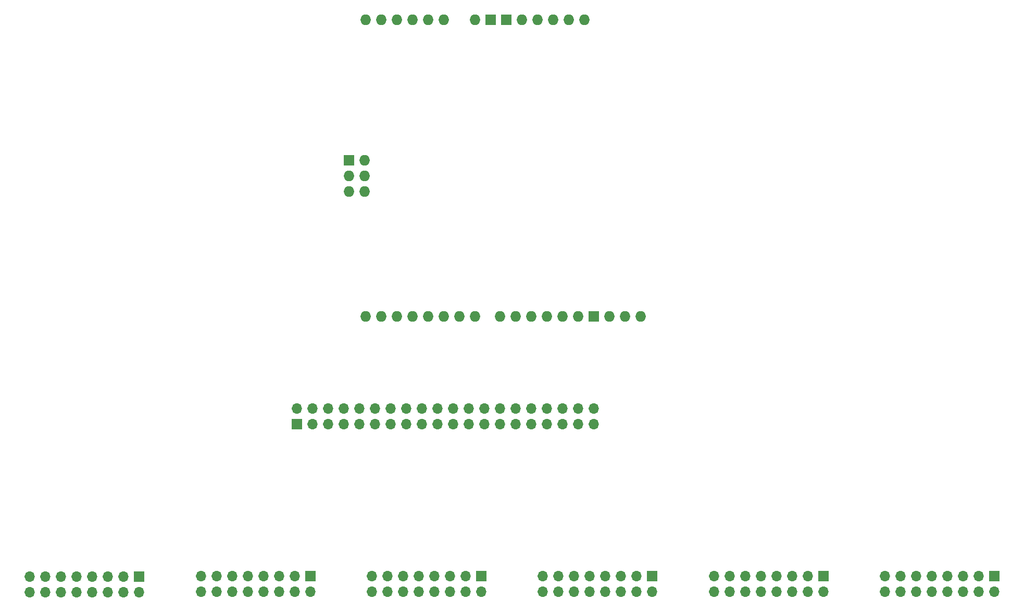
<source format=gbs>
G04 #@! TF.GenerationSoftware,KiCad,Pcbnew,(6.0.6)*
G04 #@! TF.CreationDate,2023-08-29T14:41:19+02:00*
G04 #@! TF.ProjectId,pynq-rpi-ph-adapter,70796e71-2d72-4706-992d-70682d616461,rev?*
G04 #@! TF.SameCoordinates,Original*
G04 #@! TF.FileFunction,Soldermask,Bot*
G04 #@! TF.FilePolarity,Negative*
%FSLAX46Y46*%
G04 Gerber Fmt 4.6, Leading zero omitted, Abs format (unit mm)*
G04 Created by KiCad (PCBNEW (6.0.6)) date 2023-08-29 14:41:19*
%MOMM*%
%LPD*%
G01*
G04 APERTURE LIST*
%ADD10R,1.700000X1.700000*%
%ADD11O,1.700000X1.700000*%
%ADD12O,1.727200X1.727200*%
%ADD13R,1.727200X1.727200*%
G04 APERTURE END LIST*
D10*
X92715000Y-112210000D03*
D11*
X92715000Y-114750000D03*
X90175000Y-112210000D03*
X90175000Y-114750000D03*
X87635000Y-112210000D03*
X87635000Y-114750000D03*
X85095000Y-112210000D03*
X85095000Y-114750000D03*
X82555000Y-112210000D03*
X82555000Y-114750000D03*
X80015000Y-112210000D03*
X80015000Y-114750000D03*
X77475000Y-112210000D03*
X77475000Y-114750000D03*
X74935000Y-112210000D03*
X74935000Y-114750000D03*
D10*
X64915000Y-112210000D03*
D11*
X64915000Y-114750000D03*
X62375000Y-112210000D03*
X62375000Y-114750000D03*
X59835000Y-112210000D03*
X59835000Y-114750000D03*
X57295000Y-112210000D03*
X57295000Y-114750000D03*
X54755000Y-112210000D03*
X54755000Y-114750000D03*
X52215000Y-112210000D03*
X52215000Y-114750000D03*
X49675000Y-112210000D03*
X49675000Y-114750000D03*
X47135000Y-112210000D03*
X47135000Y-114750000D03*
D12*
X109448600Y-21691600D03*
X101828600Y-21691600D03*
X99288600Y-21691600D03*
X71221600Y-49631600D03*
X86588600Y-21691600D03*
X84048600Y-21691600D03*
X81508600Y-21691600D03*
X78968600Y-21691600D03*
X76428600Y-21691600D03*
X73888600Y-21691600D03*
X113512600Y-69951600D03*
X73888600Y-69951600D03*
X76428600Y-69951600D03*
X78968600Y-69951600D03*
X81508600Y-69951600D03*
X84048600Y-69951600D03*
X86588600Y-69951600D03*
X89128600Y-69951600D03*
X91668600Y-69951600D03*
X95732600Y-69951600D03*
X98272600Y-69951600D03*
X100812600Y-69951600D03*
X103352600Y-69951600D03*
X105892600Y-69951600D03*
X108432600Y-69951600D03*
D13*
X110972600Y-69951600D03*
X96748600Y-21691600D03*
X94208600Y-21691600D03*
X71221600Y-44551600D03*
D12*
X106908600Y-21691600D03*
X73761600Y-49631600D03*
X71221600Y-47091600D03*
X104368600Y-21691600D03*
X73761600Y-44551600D03*
X73761600Y-47091600D03*
X118592600Y-69951600D03*
X116052600Y-69951600D03*
X91668600Y-21691600D03*
D10*
X37085000Y-112260000D03*
D11*
X37085000Y-114800000D03*
X34545000Y-112260000D03*
X34545000Y-114800000D03*
X32005000Y-112260000D03*
X32005000Y-114800000D03*
X29465000Y-112260000D03*
X29465000Y-114800000D03*
X26925000Y-112260000D03*
X26925000Y-114800000D03*
X24385000Y-112260000D03*
X24385000Y-114800000D03*
X21845000Y-112260000D03*
X21845000Y-114800000D03*
X19305000Y-112260000D03*
X19305000Y-114800000D03*
D10*
X176115000Y-112210000D03*
D11*
X176115000Y-114750000D03*
X173575000Y-112210000D03*
X173575000Y-114750000D03*
X171035000Y-112210000D03*
X171035000Y-114750000D03*
X168495000Y-112210000D03*
X168495000Y-114750000D03*
X165955000Y-112210000D03*
X165955000Y-114750000D03*
X163415000Y-112210000D03*
X163415000Y-114750000D03*
X160875000Y-112210000D03*
X160875000Y-114750000D03*
X158335000Y-112210000D03*
X158335000Y-114750000D03*
D10*
X148315000Y-112210000D03*
D11*
X148315000Y-114750000D03*
X145775000Y-112210000D03*
X145775000Y-114750000D03*
X143235000Y-112210000D03*
X143235000Y-114750000D03*
X140695000Y-112210000D03*
X140695000Y-114750000D03*
X138155000Y-112210000D03*
X138155000Y-114750000D03*
X135615000Y-112210000D03*
X135615000Y-114750000D03*
X133075000Y-112210000D03*
X133075000Y-114750000D03*
X130535000Y-112210000D03*
X130535000Y-114750000D03*
D10*
X120515000Y-112210000D03*
D11*
X120515000Y-114750000D03*
X117975000Y-112210000D03*
X117975000Y-114750000D03*
X115435000Y-112210000D03*
X115435000Y-114750000D03*
X112895000Y-112210000D03*
X112895000Y-114750000D03*
X110355000Y-112210000D03*
X110355000Y-114750000D03*
X107815000Y-112210000D03*
X107815000Y-114750000D03*
X105275000Y-112210000D03*
X105275000Y-114750000D03*
X102735000Y-112210000D03*
X102735000Y-114750000D03*
D10*
X62710000Y-87490000D03*
D11*
X62710000Y-84950000D03*
X65250000Y-87490000D03*
X65250000Y-84950000D03*
X67790000Y-87490000D03*
X67790000Y-84950000D03*
X70330000Y-87490000D03*
X70330000Y-84950000D03*
X72870000Y-87490000D03*
X72870000Y-84950000D03*
X75410000Y-87490000D03*
X75410000Y-84950000D03*
X77950000Y-87490000D03*
X77950000Y-84950000D03*
X80490000Y-87490000D03*
X80490000Y-84950000D03*
X83030000Y-87490000D03*
X83030000Y-84950000D03*
X85570000Y-87490000D03*
X85570000Y-84950000D03*
X88110000Y-87490000D03*
X88110000Y-84950000D03*
X90650000Y-87490000D03*
X90650000Y-84950000D03*
X93190000Y-87490000D03*
X93190000Y-84950000D03*
X95730000Y-87490000D03*
X95730000Y-84950000D03*
X98270000Y-87490000D03*
X98270000Y-84950000D03*
X100810000Y-87490000D03*
X100810000Y-84950000D03*
X103350000Y-87490000D03*
X103350000Y-84950000D03*
X105890000Y-87490000D03*
X105890000Y-84950000D03*
X108430000Y-87490000D03*
X108430000Y-84950000D03*
X110970000Y-87490000D03*
X110970000Y-84950000D03*
M02*

</source>
